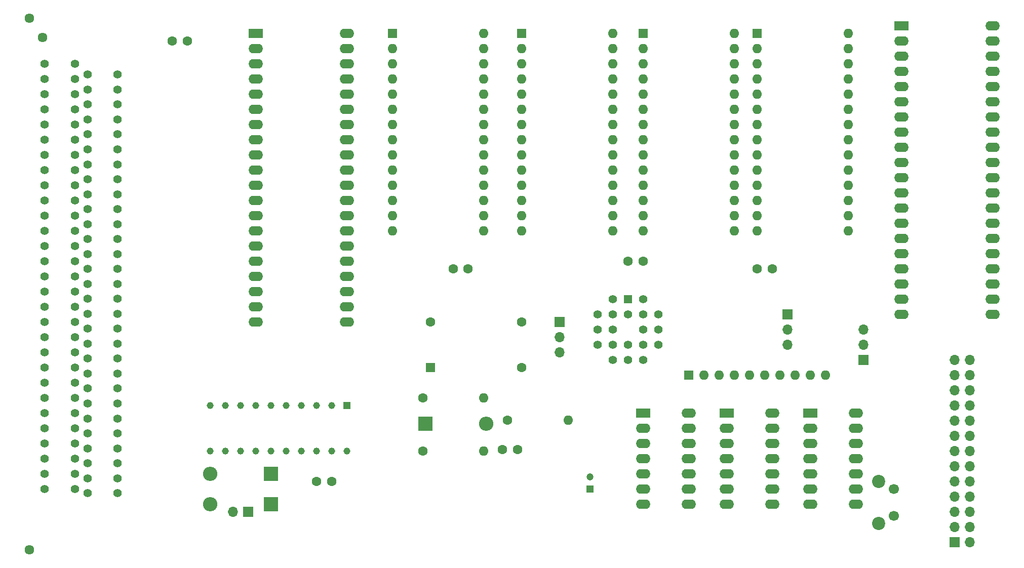
<source format=gbr>
%TF.GenerationSoftware,KiCad,Pcbnew,(5.1.10)-1*%
%TF.CreationDate,2022-01-29T09:49:05+01:00*%
%TF.ProjectId,cpu01,63707530-312e-46b6-9963-61645f706362,rev?*%
%TF.SameCoordinates,Original*%
%TF.FileFunction,Soldermask,Bot*%
%TF.FilePolarity,Negative*%
%FSLAX46Y46*%
G04 Gerber Fmt 4.6, Leading zero omitted, Abs format (unit mm)*
G04 Created by KiCad (PCBNEW (5.1.10)-1) date 2022-01-29 09:49:05*
%MOMM*%
%LPD*%
G01*
G04 APERTURE LIST*
%ADD10C,1.700000*%
%ADD11C,2.200000*%
%ADD12O,1.700000X1.700000*%
%ADD13R,1.700000X1.700000*%
%ADD14C,1.422400*%
%ADD15R,1.422400X1.422400*%
%ADD16O,2.400000X1.600000*%
%ADD17R,2.400000X1.600000*%
%ADD18C,1.600000*%
%ADD19R,1.600000X1.600000*%
%ADD20O,1.600000X1.600000*%
%ADD21O,2.400000X2.400000*%
%ADD22R,2.400000X2.400000*%
%ADD23C,1.200000*%
%ADD24R,1.200000X1.200000*%
%ADD25C,1.159000*%
%ADD26R,1.159000X1.159000*%
%ADD27C,1.610000*%
%ADD28C,1.400000*%
G04 APERTURE END LIST*
D10*
%TO.C,SW1*%
X185420000Y-127000000D03*
X185420000Y-131500000D03*
D11*
X182920000Y-125750000D03*
X182920000Y-132750000D03*
%TD*%
D12*
%TO.C,J5*%
X74930000Y-130810000D03*
D13*
X77470000Y-130810000D03*
%TD*%
D14*
%TO.C,U10*%
X146050000Y-97790000D03*
X146050000Y-100330000D03*
X143510000Y-95250000D03*
X143510000Y-100330000D03*
X143510000Y-102870000D03*
X143510000Y-105410000D03*
X140970000Y-105410000D03*
X138430000Y-105410000D03*
X146050000Y-102870000D03*
X140970000Y-102870000D03*
X138430000Y-102870000D03*
X135890000Y-102870000D03*
X135890000Y-100330000D03*
X135890000Y-97790000D03*
X138430000Y-100330000D03*
X138430000Y-97790000D03*
X138430000Y-95250000D03*
D15*
X140970000Y-95250000D03*
D14*
X143510000Y-97790000D03*
X140970000Y-97790000D03*
%TD*%
D12*
%TO.C,J4*%
X180340000Y-100330000D03*
X180340000Y-102870000D03*
D13*
X180340000Y-105410000D03*
%TD*%
D12*
%TO.C,J3*%
X167640000Y-102870000D03*
X167640000Y-100330000D03*
D13*
X167640000Y-97790000D03*
%TD*%
D16*
%TO.C,U7*%
X201930000Y-49530000D03*
X186690000Y-97790000D03*
X201930000Y-52070000D03*
X186690000Y-95250000D03*
X201930000Y-54610000D03*
X186690000Y-92710000D03*
X201930000Y-57150000D03*
X186690000Y-90170000D03*
X201930000Y-59690000D03*
X186690000Y-87630000D03*
X201930000Y-62230000D03*
X186690000Y-85090000D03*
X201930000Y-64770000D03*
X186690000Y-82550000D03*
X201930000Y-67310000D03*
X186690000Y-80010000D03*
X201930000Y-69850000D03*
X186690000Y-77470000D03*
X201930000Y-72390000D03*
X186690000Y-74930000D03*
X201930000Y-74930000D03*
X186690000Y-72390000D03*
X201930000Y-77470000D03*
X186690000Y-69850000D03*
X201930000Y-80010000D03*
X186690000Y-67310000D03*
X201930000Y-82550000D03*
X186690000Y-64770000D03*
X201930000Y-85090000D03*
X186690000Y-62230000D03*
X201930000Y-87630000D03*
X186690000Y-59690000D03*
X201930000Y-90170000D03*
X186690000Y-57150000D03*
X201930000Y-92710000D03*
X186690000Y-54610000D03*
X201930000Y-95250000D03*
X186690000Y-52070000D03*
X201930000Y-97790000D03*
D17*
X186690000Y-49530000D03*
%TD*%
D18*
%TO.C,X2*%
X123190000Y-106680000D03*
X123190000Y-99060000D03*
X107950000Y-99060000D03*
D19*
X107950000Y-106680000D03*
%TD*%
D20*
%TO.C,R3*%
X116840000Y-111760000D03*
D18*
X106680000Y-111760000D03*
%TD*%
D12*
%TO.C,J2*%
X129540000Y-104140000D03*
X129540000Y-101600000D03*
D13*
X129540000Y-99060000D03*
%TD*%
D20*
%TO.C,R2*%
X130950000Y-115510000D03*
D18*
X120790000Y-115510000D03*
%TD*%
D20*
%TO.C,R1*%
X116840000Y-120660000D03*
D18*
X106680000Y-120660000D03*
%TD*%
D21*
%TO.C,D3*%
X117240000Y-116060000D03*
D22*
X107080000Y-116060000D03*
%TD*%
D18*
%TO.C,C7*%
X162600000Y-90170000D03*
X165100000Y-90170000D03*
%TD*%
D23*
%TO.C,C6*%
X134620000Y-125000000D03*
D24*
X134620000Y-127000000D03*
%TD*%
D18*
%TO.C,C5*%
X64810000Y-52070000D03*
X67310000Y-52070000D03*
%TD*%
%TO.C,C4*%
X88940000Y-125730000D03*
X91440000Y-125730000D03*
%TD*%
%TO.C,C3*%
X143510000Y-88900000D03*
X141010000Y-88900000D03*
%TD*%
%TO.C,C2*%
X122490000Y-120410000D03*
X119990000Y-120410000D03*
%TD*%
%TO.C,C1*%
X114260000Y-90170000D03*
X111760000Y-90170000D03*
%TD*%
D21*
%TO.C,D2*%
X71120000Y-129540000D03*
D22*
X81280000Y-129540000D03*
%TD*%
D21*
%TO.C,D1*%
X71120000Y-124460000D03*
D22*
X81280000Y-124460000D03*
%TD*%
D16*
%TO.C,U1*%
X151130000Y-114300000D03*
X143510000Y-129540000D03*
X151130000Y-116840000D03*
X143510000Y-127000000D03*
X151130000Y-119380000D03*
X143510000Y-124460000D03*
X151130000Y-121920000D03*
X143510000Y-121920000D03*
X151130000Y-124460000D03*
X143510000Y-119380000D03*
X151130000Y-127000000D03*
X143510000Y-116840000D03*
X151130000Y-129540000D03*
D17*
X143510000Y-114300000D03*
%TD*%
D16*
%TO.C,U5*%
X165100000Y-114300000D03*
X157480000Y-129540000D03*
X165100000Y-116840000D03*
X157480000Y-127000000D03*
X165100000Y-119380000D03*
X157480000Y-124460000D03*
X165100000Y-121920000D03*
X157480000Y-121920000D03*
X165100000Y-124460000D03*
X157480000Y-119380000D03*
X165100000Y-127000000D03*
X157480000Y-116840000D03*
X165100000Y-129540000D03*
D17*
X157480000Y-114300000D03*
%TD*%
D16*
%TO.C,U2*%
X179070000Y-114300000D03*
X171450000Y-129540000D03*
X179070000Y-116840000D03*
X171450000Y-127000000D03*
X179070000Y-119380000D03*
X171450000Y-124460000D03*
X179070000Y-121920000D03*
X171450000Y-121920000D03*
X179070000Y-124460000D03*
X171450000Y-119380000D03*
X179070000Y-127000000D03*
X171450000Y-116840000D03*
X179070000Y-129540000D03*
D17*
X171450000Y-114300000D03*
%TD*%
D20*
%TO.C,RN1*%
X173990000Y-107950000D03*
X171450000Y-107950000D03*
X168910000Y-107950000D03*
X166370000Y-107950000D03*
X163830000Y-107950000D03*
X161290000Y-107950000D03*
X158750000Y-107950000D03*
X156210000Y-107950000D03*
X153670000Y-107950000D03*
D19*
X151130000Y-107950000D03*
%TD*%
D12*
%TO.C,J1*%
X198120000Y-105410000D03*
X195580000Y-105410000D03*
X198120000Y-107950000D03*
X195580000Y-107950000D03*
X198120000Y-110490000D03*
X195580000Y-110490000D03*
X198120000Y-113030000D03*
X195580000Y-113030000D03*
X198120000Y-115570000D03*
X195580000Y-115570000D03*
X198120000Y-118110000D03*
X195580000Y-118110000D03*
X198120000Y-120650000D03*
X195580000Y-120650000D03*
X198120000Y-123190000D03*
X195580000Y-123190000D03*
X198120000Y-125730000D03*
X195580000Y-125730000D03*
X198120000Y-128270000D03*
X195580000Y-128270000D03*
X198120000Y-130810000D03*
X195580000Y-130810000D03*
X198120000Y-133350000D03*
X195580000Y-133350000D03*
X198120000Y-135890000D03*
D13*
X195580000Y-135890000D03*
%TD*%
D20*
%TO.C,U9*%
X177800000Y-50800000D03*
X162560000Y-83820000D03*
X177800000Y-53340000D03*
X162560000Y-81280000D03*
X177800000Y-55880000D03*
X162560000Y-78740000D03*
X177800000Y-58420000D03*
X162560000Y-76200000D03*
X177800000Y-60960000D03*
X162560000Y-73660000D03*
X177800000Y-63500000D03*
X162560000Y-71120000D03*
X177800000Y-66040000D03*
X162560000Y-68580000D03*
X177800000Y-68580000D03*
X162560000Y-66040000D03*
X177800000Y-71120000D03*
X162560000Y-63500000D03*
X177800000Y-73660000D03*
X162560000Y-60960000D03*
X177800000Y-76200000D03*
X162560000Y-58420000D03*
X177800000Y-78740000D03*
X162560000Y-55880000D03*
X177800000Y-81280000D03*
X162560000Y-53340000D03*
X177800000Y-83820000D03*
D19*
X162560000Y-50800000D03*
%TD*%
D20*
%TO.C,U8*%
X158750000Y-50800000D03*
X143510000Y-83820000D03*
X158750000Y-53340000D03*
X143510000Y-81280000D03*
X158750000Y-55880000D03*
X143510000Y-78740000D03*
X158750000Y-58420000D03*
X143510000Y-76200000D03*
X158750000Y-60960000D03*
X143510000Y-73660000D03*
X158750000Y-63500000D03*
X143510000Y-71120000D03*
X158750000Y-66040000D03*
X143510000Y-68580000D03*
X158750000Y-68580000D03*
X143510000Y-66040000D03*
X158750000Y-71120000D03*
X143510000Y-63500000D03*
X158750000Y-73660000D03*
X143510000Y-60960000D03*
X158750000Y-76200000D03*
X143510000Y-58420000D03*
X158750000Y-78740000D03*
X143510000Y-55880000D03*
X158750000Y-81280000D03*
X143510000Y-53340000D03*
X158750000Y-83820000D03*
D19*
X143510000Y-50800000D03*
%TD*%
D20*
%TO.C,U6*%
X138430000Y-50800000D03*
X123190000Y-83820000D03*
X138430000Y-53340000D03*
X123190000Y-81280000D03*
X138430000Y-55880000D03*
X123190000Y-78740000D03*
X138430000Y-58420000D03*
X123190000Y-76200000D03*
X138430000Y-60960000D03*
X123190000Y-73660000D03*
X138430000Y-63500000D03*
X123190000Y-71120000D03*
X138430000Y-66040000D03*
X123190000Y-68580000D03*
X138430000Y-68580000D03*
X123190000Y-66040000D03*
X138430000Y-71120000D03*
X123190000Y-63500000D03*
X138430000Y-73660000D03*
X123190000Y-60960000D03*
X138430000Y-76200000D03*
X123190000Y-58420000D03*
X138430000Y-78740000D03*
X123190000Y-55880000D03*
X138430000Y-81280000D03*
X123190000Y-53340000D03*
X138430000Y-83820000D03*
D19*
X123190000Y-50800000D03*
%TD*%
D20*
%TO.C,U3*%
X116840000Y-50800000D03*
X101600000Y-83820000D03*
X116840000Y-53340000D03*
X101600000Y-81280000D03*
X116840000Y-55880000D03*
X101600000Y-78740000D03*
X116840000Y-58420000D03*
X101600000Y-76200000D03*
X116840000Y-60960000D03*
X101600000Y-73660000D03*
X116840000Y-63500000D03*
X101600000Y-71120000D03*
X116840000Y-66040000D03*
X101600000Y-68580000D03*
X116840000Y-68580000D03*
X101600000Y-66040000D03*
X116840000Y-71120000D03*
X101600000Y-63500000D03*
X116840000Y-73660000D03*
X101600000Y-60960000D03*
X116840000Y-76200000D03*
X101600000Y-58420000D03*
X116840000Y-78740000D03*
X101600000Y-55880000D03*
X116840000Y-81280000D03*
X101600000Y-53340000D03*
X116840000Y-83820000D03*
D19*
X101600000Y-50800000D03*
%TD*%
D25*
%TO.C,IC1*%
X93980000Y-120650000D03*
X91440000Y-120650000D03*
X88900000Y-120650000D03*
X86360000Y-120650000D03*
X83820000Y-120650000D03*
X81280000Y-120650000D03*
X78740000Y-120650000D03*
X76200000Y-120650000D03*
X73660000Y-120650000D03*
X71120000Y-120650000D03*
X71120000Y-113030000D03*
X73660000Y-113030000D03*
X76200000Y-113030000D03*
X78740000Y-113030000D03*
X81280000Y-113030000D03*
X83820000Y-113030000D03*
X86360000Y-113030000D03*
X88900000Y-113030000D03*
X91440000Y-113030000D03*
D26*
X93980000Y-113030000D03*
%TD*%
D17*
%TO.C,U4*%
X78740000Y-50800000D03*
D16*
X93980000Y-99060000D03*
X78740000Y-53340000D03*
X93980000Y-96520000D03*
X78740000Y-55880000D03*
X93980000Y-93980000D03*
X78740000Y-58420000D03*
X93980000Y-91440000D03*
X78740000Y-60960000D03*
X93980000Y-88900000D03*
X78740000Y-63500000D03*
X93980000Y-86360000D03*
X78740000Y-66040000D03*
X93980000Y-83820000D03*
X78740000Y-68580000D03*
X93980000Y-81280000D03*
X78740000Y-71120000D03*
X93980000Y-78740000D03*
X78740000Y-73660000D03*
X93980000Y-76200000D03*
X78740000Y-76200000D03*
X93980000Y-73660000D03*
X78740000Y-78740000D03*
X93980000Y-71120000D03*
X78740000Y-81280000D03*
X93980000Y-68580000D03*
X78740000Y-83820000D03*
X93980000Y-66040000D03*
X78740000Y-86360000D03*
X93980000Y-63500000D03*
X78740000Y-88900000D03*
X93980000Y-60960000D03*
X78740000Y-91440000D03*
X93980000Y-58420000D03*
X78740000Y-93980000D03*
X93980000Y-55880000D03*
X78740000Y-96520000D03*
X93980000Y-53340000D03*
X78740000Y-99060000D03*
X93980000Y-50800000D03*
%TD*%
D27*
%TO.C,X1*%
X40868600Y-48260000D03*
X40868600Y-137160000D03*
D28*
X43408600Y-55880000D03*
X43408600Y-58420000D03*
X43408600Y-63500000D03*
X43408600Y-66040000D03*
X43408600Y-68580000D03*
X43408600Y-71120000D03*
X43408600Y-73660000D03*
X43408600Y-76200000D03*
X43408600Y-78740000D03*
X43408600Y-81280000D03*
X43408600Y-83820000D03*
X43408600Y-86360000D03*
X43408600Y-88900000D03*
X43408600Y-91440000D03*
X43408600Y-93980000D03*
X43408600Y-96520000D03*
X43408600Y-99060000D03*
X43408600Y-101600000D03*
X43408600Y-104140000D03*
X43408600Y-106680000D03*
X43408600Y-109220000D03*
X43408600Y-111760000D03*
X43408600Y-114300000D03*
X43408600Y-116840000D03*
X43408600Y-119380000D03*
X43408600Y-121920000D03*
X43408600Y-124460000D03*
X43408600Y-127000000D03*
X48488600Y-55880000D03*
X48488600Y-58420000D03*
X48488600Y-60960000D03*
X48488600Y-63500000D03*
X48488600Y-66040000D03*
X48488600Y-68580000D03*
X48488600Y-71120000D03*
X48488600Y-73660000D03*
X48488600Y-76200000D03*
X48488600Y-78740000D03*
X48488600Y-81280000D03*
X48488600Y-83820000D03*
X48488600Y-86360000D03*
X48488600Y-88900000D03*
X48488600Y-91440000D03*
X48488600Y-93980000D03*
X48488600Y-96520000D03*
X48488600Y-99060000D03*
X48488600Y-101600000D03*
X48488600Y-104140000D03*
X48488600Y-106680000D03*
X48488600Y-109220000D03*
X48488600Y-111760000D03*
X48488600Y-114300000D03*
X48488600Y-116840000D03*
X48488600Y-119380000D03*
X48488600Y-121920000D03*
X48488600Y-124460000D03*
X48488600Y-127000000D03*
D27*
X43100000Y-51460000D03*
D28*
X55600000Y-57710000D03*
X55600000Y-60210000D03*
X55600000Y-62710000D03*
X55600000Y-65210000D03*
X55600000Y-67710000D03*
X55600000Y-70210000D03*
X55600000Y-72710000D03*
X55600000Y-75210000D03*
X55600000Y-77710000D03*
X55600000Y-80210000D03*
X55600000Y-82710000D03*
X55600000Y-85210000D03*
X55600000Y-87710000D03*
X55600000Y-90210000D03*
X55600000Y-92710000D03*
X55600000Y-95210000D03*
X55600000Y-97710000D03*
X55600000Y-100210000D03*
X55600000Y-102710000D03*
X55600000Y-105210000D03*
X55600000Y-107710000D03*
X55600000Y-110210000D03*
X55600000Y-112710000D03*
X55600000Y-115210000D03*
X55600000Y-117710000D03*
X55600000Y-120210000D03*
X55600000Y-122710000D03*
X55600000Y-125210000D03*
X55600000Y-127710000D03*
X50600000Y-57710000D03*
X50600000Y-60210000D03*
X50600000Y-62710000D03*
X50600000Y-65210000D03*
X50600000Y-67710000D03*
X50600000Y-70210000D03*
X50600000Y-72710000D03*
X50600000Y-75210000D03*
X50600000Y-77710000D03*
X50600000Y-80210000D03*
X50600000Y-82710000D03*
X50600000Y-85210000D03*
X50600000Y-87710000D03*
X50600000Y-90210000D03*
X50600000Y-92710000D03*
X50600000Y-95210000D03*
X50600000Y-97710000D03*
X50600000Y-100210000D03*
X50600000Y-102710000D03*
X50600000Y-105210000D03*
X50600000Y-107710000D03*
X50600000Y-110210000D03*
X50600000Y-112710000D03*
X50600000Y-115210000D03*
X50600000Y-117710000D03*
X50600000Y-120210000D03*
X50600000Y-122710000D03*
X50600000Y-125210000D03*
X50600000Y-127710000D03*
X43408600Y-60960000D03*
%TD*%
M02*

</source>
